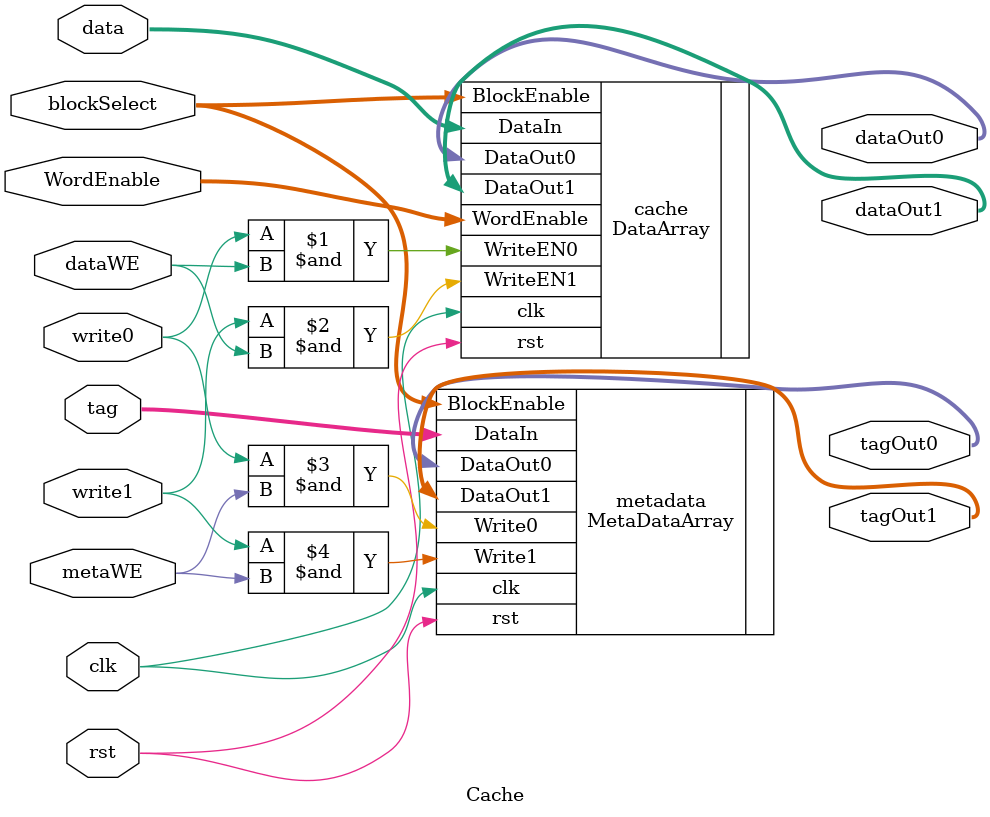
<source format=sv>
module Cache(clk, rst, dataWE, metaWE, WordEnable, tag,
					data, blockSelect, write0, write1, tagOut0,
					tagOut1, dataOut0, dataOut1);

input clk, rst;
// write enable for data and meta
input dataWE, metaWE;
// Word enable and tag for metadata
input [7:0] WordEnable, tag;
// 16 bit port for writing to cache
input [15:0] data;
// Select which of the 64 blocks to choose (Note the modification in DataArray.sv, where we split it
// 2 sets of 64 blocks), so the WriteEnable0 and WriteEnable1 will do the choosing of the 2 blocks
input [63:0] blockSelect;
// Here selects which of the set to choose
input write0, write1;

// Data and Tag outputs
output [15:0] dataOut0, dataOut1;
output [7:0] tagOut0, tagOut1;

// Data portion of Cache
DataArray cache(.clk(clk), .rst(rst), .DataIn(data), .WriteEN0(write0 & dataWE), .WriteEN1(write1 & dataWE),  
	.BlockEnable(blockSelect), .WordEnable(WordEnable), .DataOut0(dataOut0), .DataOut1(dataOut1));

// Metadata for storing tags etc
MetaDataArray metadata(.clk(clk), .rst(rst), .DataIn(tag), .Write0(write0 & metaWE), .Write1(write1 & metaWE),  
	.BlockEnable(blockSelect), .DataOut0(tagOut0), .DataOut1(tagOut1));

endmodule
</source>
